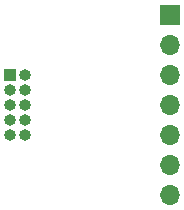
<source format=gbr>
%TF.GenerationSoftware,KiCad,Pcbnew,6.0.7-f9a2dced07~116~ubuntu22.04.1*%
%TF.CreationDate,2022-08-24T23:03:50+02:00*%
%TF.ProjectId,cortex_debug_adapter,636f7274-6578-45f6-9465-6275675f6164,rev?*%
%TF.SameCoordinates,Original*%
%TF.FileFunction,Soldermask,Bot*%
%TF.FilePolarity,Negative*%
%FSLAX46Y46*%
G04 Gerber Fmt 4.6, Leading zero omitted, Abs format (unit mm)*
G04 Created by KiCad (PCBNEW 6.0.7-f9a2dced07~116~ubuntu22.04.1) date 2022-08-24 23:03:50*
%MOMM*%
%LPD*%
G01*
G04 APERTURE LIST*
%ADD10R,1.700000X1.700000*%
%ADD11O,1.700000X1.700000*%
%ADD12R,1.000000X1.000000*%
%ADD13O,1.000000X1.000000*%
G04 APERTURE END LIST*
D10*
%TO.C,J2*%
X160800000Y-92952500D03*
D11*
X160800000Y-95492500D03*
X160800000Y-98032500D03*
X160800000Y-100572500D03*
X160800000Y-103112500D03*
X160800000Y-105652500D03*
X160800000Y-108192500D03*
%TD*%
D12*
%TO.C,J1*%
X147300000Y-98037500D03*
D13*
X148570000Y-98037500D03*
X147300000Y-99307500D03*
X148570000Y-99307500D03*
X147300000Y-100577500D03*
X148570000Y-100577500D03*
X147300000Y-101847500D03*
X148570000Y-101847500D03*
X147300000Y-103117500D03*
X148570000Y-103117500D03*
%TD*%
M02*

</source>
